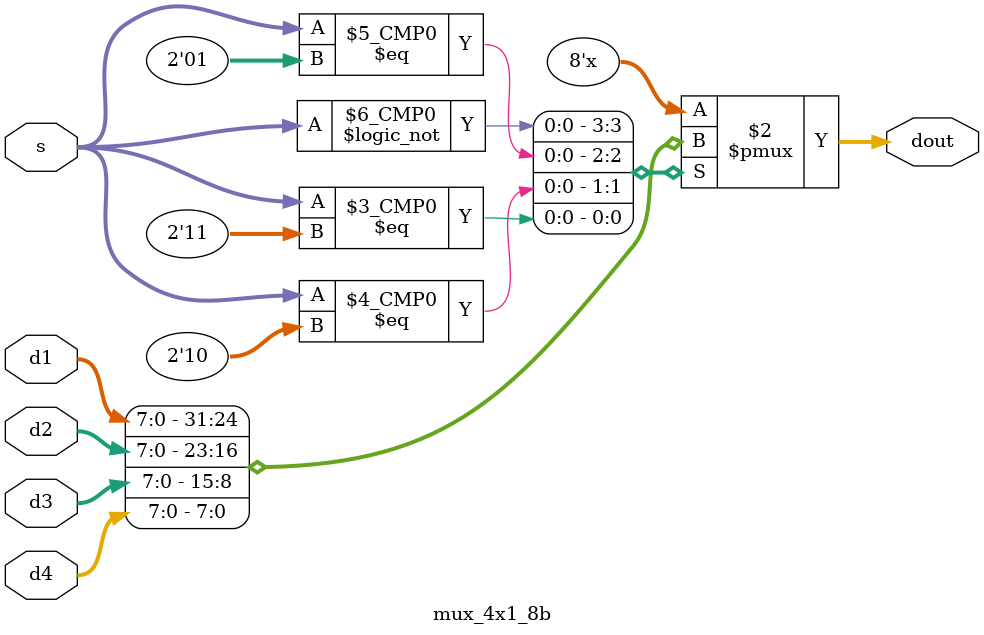
<source format=v>
module mux_4x1_8b(dout,d1,d2,d3,d4,s);
	output reg [7:0] dout;
	input [7:0] d1,d2,d3,d4;
	input [1:0] s;
	always @(*)
		begin
			case (s)
				2'b00: dout<=d1;
				2'b01: dout<=d2;
				2'b10: dout<=d3;
				2'b11: dout<=d4;
				default: dout<=4'd0;
			endcase
		end
endmodule
</source>
